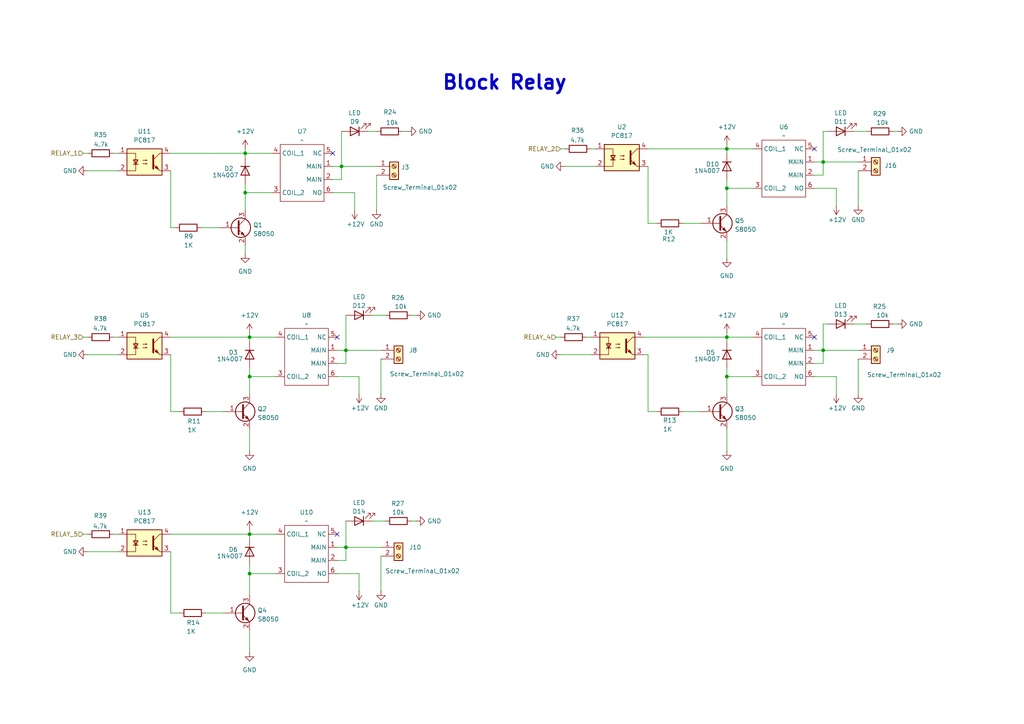
<source format=kicad_sch>
(kicad_sch (version 20231120) (generator "eeschema") (generator_version "8.0")
  (paper "A4")
  (lib_symbols
    (symbol "Connector:Screw_Terminal_01x02" (pin_names (offset 1.016) hide)
      (property "Reference" "J" (at 0 2.54 0))
      (property "Value" "Screw_Terminal_01x02" (at 0 -5.08 0))
      (symbol "Screw_Terminal_01x02_1_1"
        (rectangle (start -1.27 1.27) (end 1.27 -3.81) (stroke (width 0.254)) (fill (type background)))
        (circle (center 0 -2.54) (radius 0.635) (stroke (width 0.1524)))
        (polyline (pts (xy -0.5334 -2.2098) (xy 0.3302 -3.048)) (stroke (width 0.1524)))
        (polyline (pts (xy -0.5334 0.3302) (xy 0.3302 -0.508)) (stroke (width 0.1524)))
        (polyline (pts (xy -0.3556 -2.032) (xy 0.508 -2.8702)) (stroke (width 0.1524)))
        (polyline (pts (xy -0.3556 0.508) (xy 0.508 -0.3302)) (stroke (width 0.1524)))
        (circle (center 0 0) (radius 0.635) (stroke (width 0.1524)))
        (pin passive line (at -5.08 0 0) (length 3.81) (name "Pin_1") (number "1"))
        (pin passive line (at -5.08 -2.54 0) (length 3.81) (name "Pin_2") (number "2"))
      )
    )
    (symbol "Device:LED" (pin_numbers hide) (pin_names (offset 1.016) hide)
      (property "Reference" "D" (at 0 2.54 0))
      (property "Value" "LED" (at 0 -2.54 0))
      (symbol "LED_0_1"
        (polyline (pts (xy -1.27 -1.27) (xy -1.27 1.27)) (stroke (width 0.254)))
        (polyline (pts (xy -1.27 0) (xy 1.27 0)))
        (polyline (pts (xy 1.27 -1.27) (xy 1.27 1.27) (xy -1.27 0) (xy 1.27 -1.27)) (stroke (width 0.254)))
        (polyline (pts (xy -3.048 -0.762) (xy -4.572 -2.286) (xy -3.81 -2.286) (xy -4.572 -2.286) (xy -4.572 -1.524)))
        (polyline (pts (xy -1.778 -0.762) (xy -3.302 -2.286) (xy -2.54 -2.286) (xy -3.302 -2.286) (xy -3.302 -1.524)))
      )
      (symbol "LED_1_1"
        (pin passive line (at -3.81 0 0) (length 2.54) (name "K") (number "1"))
        (pin passive line (at 3.81 0 180) (length 2.54) (name "A") (number "2"))
      )
    )
    (symbol "Device:R" (pin_numbers hide) (pin_names (offset 0))
      (property "Reference" "R" (at 2.032 0 90))
      (property "Value" "R" (at 0 0 90))
      (symbol "R_0_1"
        (rectangle (start -1.016 -2.54) (end 1.016 2.54) (stroke (width 0.254)))
      )
      (symbol "R_1_1"
        (pin passive line (at 0 3.81 270) (length 1.27) (name "~") (number "1"))
        (pin passive line (at 0 -3.81 90) (length 1.27) (name "~") (number "2"))
      )
    )
    (symbol "Diode:LL4148" (pin_numbers hide) (pin_names hide)
      (property "Reference" "D" (at 0 2.54 0))
      (property "Value" "LL4148" (at 0 -2.54 0))
      (symbol "LL4148_0_1"
        (polyline (pts (xy -1.27 1.27) (xy -1.27 -1.27)) (stroke (width 0.254)))
        (polyline (pts (xy 1.27 0) (xy -1.27 0)))
        (polyline (pts (xy 1.27 1.27) (xy 1.27 -1.27) (xy -1.27 0) (xy 1.27 1.27)) (stroke (width 0.254)))
      )
      (symbol "LL4148_1_1"
        (pin passive line (at -3.81 0 0) (length 2.54) (name "K") (number "1"))
        (pin passive line (at 3.81 0 180) (length 2.54) (name "A") (number "2"))
      )
    )
    (symbol "Isolator:PC817" (pin_names (offset 1.016))
      (property "Reference" "U" (at -5.08 5.08 0))
      (property "Value" "PC817" (at 0 5.08 0))
      (symbol "PC817_0_1"
        (rectangle (start -5.08 3.81) (end 5.08 -3.81) (stroke (width 0.254)) (fill (type background)))
        (polyline (pts (xy -3.175 -0.635) (xy -1.905 -0.635)) (stroke (width 0.254)))
        (polyline (pts (xy 2.54 0.635) (xy 4.445 2.54)))
        (polyline (pts (xy 4.445 -2.54) (xy 2.54 -0.635)) (fill (type outline)))
        (polyline (pts (xy 4.445 -2.54) (xy 5.08 -2.54)))
        (polyline (pts (xy 4.445 2.54) (xy 5.08 2.54)))
        (polyline (pts (xy -5.08 2.54) (xy -2.54 2.54) (xy -2.54 -0.635)))
        (polyline (pts (xy -2.54 -0.635) (xy -2.54 -2.54) (xy -5.08 -2.54)))
        (polyline (pts (xy 2.54 1.905) (xy 2.54 -1.905) (xy 2.54 -1.905)) (stroke (width 0.508)))
        (polyline (pts (xy -2.54 -0.635) (xy -3.175 0.635) (xy -1.905 0.635) (xy -2.54 -0.635)) (stroke (width 0.254)))
        (polyline (pts (xy -0.508 -0.508) (xy 0.762 -0.508) (xy 0.381 -0.635) (xy 0.381 -0.381) (xy 0.762 -0.508)))
        (polyline (pts (xy -0.508 0.508) (xy 0.762 0.508) (xy 0.381 0.381) (xy 0.381 0.635) (xy 0.762 0.508)))
        (polyline (pts (xy 3.048 -1.651) (xy 3.556 -1.143) (xy 4.064 -2.159) (xy 3.048 -1.651) (xy 3.048 -1.651)) (fill (type outline)))
      )
      (symbol "PC817_1_1"
        (pin passive line (at -7.62 2.54 0) (length 2.54) (name "~") (number "1"))
        (pin passive line (at -7.62 -2.54 0) (length 2.54) (name "~") (number "2"))
        (pin passive line (at 7.62 -2.54 180) (length 2.54) (name "~") (number "3"))
        (pin passive line (at 7.62 2.54 180) (length 2.54) (name "~") (number "4"))
      )
    )
    (symbol "RELAY-12V-3A:RELAY-12V-3A"
      (property "Reference" "U" (at 0 3.048 0))
      (symbol "RELAY-12V-3A_1_1"
        (rectangle (start -6.35 0) (end 6.35 -16.51))
        (pin input line (at 8.89 -6.35 180) (length 2.54) (name "MAIN") (number "1"))
        (pin input line (at 8.89 -10.16 180) (length 2.54) (name "MAIN") (number "2"))
        (pin input line (at -8.89 -13.97 0) (length 2.54) (name "COIL_2") (number "3"))
        (pin input line (at -8.89 -2.54 0) (length 2.54) (name "COIL_1") (number "4"))
        (pin input line (at 8.89 -2.54 180) (length 2.54) (name "NC") (number "5"))
        (pin input line (at 8.89 -13.97 180) (length 2.54) (name "NO") (number "6"))
      )
    )
    (symbol "S8050_2" (pin_names (offset 0) hide)
      (property "Reference" "Q3" (at 4.826 0.762 0))
      (property "Value" "S8050" (at 4.826 -1.778 0))
      (symbol "S8050_2_0_1"
        (polyline (pts (xy 0 0) (xy 0.635 0)))
        (polyline (pts (xy 0.635 0.635) (xy 2.54 2.54)))
        (polyline (pts (xy 0.635 -0.635) (xy 2.54 -2.54) (xy 2.54 -2.54)))
        (polyline (pts (xy 0.635 1.905) (xy 0.635 -1.905) (xy 0.635 -1.905)) (stroke (width 0.508)))
        (polyline (pts (xy 1.27 -1.778) (xy 1.778 -1.27) (xy 2.286 -2.286) (xy 1.27 -1.778) (xy 1.27 -1.778)) (fill (type outline)))
        (circle (center 1.27 0) (radius 2.8194) (stroke (width 0.254)))
      )
      (symbol "S8050_2_1_1"
        (pin input line (at -5.08 0 0) (length 5.08) (name "B") (number "1"))
        (pin passive line (at 2.54 -5.08 90) (length 2.54) (name "E") (number "2"))
        (pin passive line (at 2.54 5.08 270) (length 2.54) (name "C") (number "3"))
      )
    )
    (symbol "power:+12V" (power) (pin_numbers hide) (pin_names (offset 0) hide)
      (property "Value" "+12V" (at 0 3.556 0))
      (symbol "+12V_0_1"
        (polyline (pts (xy -0.762 1.27) (xy 0 2.54)))
        (polyline (pts (xy 0 0) (xy 0 2.54)))
        (polyline (pts (xy 0 2.54) (xy 0.762 1.27)))
      )
      (symbol "+12V_1_1"
        (pin power_in line (at 0 0 90) (length 0) (name "~") (number "1"))
      )
    )
    (symbol "power:GND" (power) (pin_numbers hide) (pin_names (offset 0) hide)
      (property "Value" "GND" (at 0 -3.81 0))
      (symbol "GND_0_1"
        (polyline (pts (xy 0 0) (xy 0 -1.27) (xy 1.27 -1.27) (xy 0 -2.54) (xy -1.27 -1.27) (xy 0 -1.27)))
      )
      (symbol "GND_1_1"
        (pin power_in line (at 0 0 270) (length 0) (name "~") (number "1"))
      )
    )
  )
  (junction (at 72.39 154.94))
  (junction (at 210.82 97.79))
  (junction (at 100.33 101.6))
  (junction (at 72.39 109.22))
  (junction (at 210.82 54.61))
  (junction (at 72.39 166.37))
  (junction (at 99.06 48.26))
  (junction (at 238.76 101.6))
  (junction (at 71.12 44.45))
  (junction (at 210.82 43.18))
  (junction (at 100.33 158.75))
  (junction (at 238.76 46.99))
  (junction (at 71.12 55.88))
  (junction (at 72.39 97.79))
  (junction (at 210.82 109.22))
  (no_connect (at 97.79 154.94))
  (no_connect (at 96.52 44.45))
  (no_connect (at 236.22 97.79))
  (no_connect (at 236.22 43.18))
  (no_connect (at 97.79 97.79))
  (wire (pts (xy 240.03 38.1) (xy 238.76 38.1)))
  (wire (pts (xy 49.53 177.8) (xy 52.07 177.8)))
  (wire (pts (xy 248.92 46.99) (xy 238.76 46.99)))
  (wire (pts (xy 238.76 46.99) (xy 238.76 50.8)))
  (wire (pts (xy 111.76 151.13) (xy 107.95 151.13)))
  (wire (pts (xy 109.22 38.1) (xy 106.68 38.1)))
  (wire (pts (xy 248.92 49.53) (xy 248.92 59.69)))
  (wire (pts (xy 238.76 105.41) (xy 236.22 105.41)))
  (wire (pts (xy 210.82 43.18) (xy 218.44 43.18)))
  (wire (pts (xy 238.76 101.6) (xy 238.76 105.41)))
  (wire (pts (xy 110.49 104.14) (xy 110.49 114.3)))
  (wire (pts (xy 251.46 93.98) (xy 247.65 93.98)))
  (wire (pts (xy 210.82 69.85) (xy 210.82 74.93)))
  (wire (pts (xy 172.72 48.26) (xy 163.83 48.26)))
  (wire (pts (xy 118.11 38.1) (xy 116.84 38.1)))
  (wire (pts (xy 210.82 54.61) (xy 210.82 59.69)))
  (wire (pts (xy 72.39 156.21) (xy 72.39 154.94)))
  (wire (pts (xy 49.53 44.45) (xy 71.12 44.45)))
  (wire (pts (xy 49.53 97.79) (xy 72.39 97.79)))
  (wire (pts (xy 236.22 46.99) (xy 238.76 46.99)))
  (wire (pts (xy 187.96 64.77) (xy 190.5 64.77)))
  (wire (pts (xy 242.57 109.22) (xy 242.57 114.3)))
  (wire (pts (xy 100.33 101.6) (xy 100.33 105.41)))
  (wire (pts (xy 71.12 71.12) (xy 71.12 73.66)))
  (wire (pts (xy 120.65 91.44) (xy 119.38 91.44)))
  (wire (pts (xy 49.53 66.04) (xy 50.8 66.04)))
  (wire (pts (xy 104.14 109.22) (xy 104.14 114.3)))
  (wire (pts (xy 260.35 93.98) (xy 259.08 93.98)))
  (wire (pts (xy 102.87 55.88) (xy 102.87 60.96)))
  (wire (pts (xy 24.13 44.45) (xy 25.4 44.45)))
  (wire (pts (xy 210.82 124.46) (xy 210.82 130.81)))
  (wire (pts (xy 49.53 49.53) (xy 49.53 66.04)))
  (wire (pts (xy 49.53 154.94) (xy 72.39 154.94)))
  (wire (pts (xy 71.12 55.88) (xy 78.74 55.88)))
  (wire (pts (xy 97.79 166.37) (xy 104.14 166.37)))
  (wire (pts (xy 72.39 99.06) (xy 72.39 97.79)))
  (wire (pts (xy 71.12 45.72) (xy 71.12 44.45)))
  (wire (pts (xy 238.76 50.8) (xy 236.22 50.8)))
  (wire (pts (xy 71.12 55.88) (xy 71.12 60.96)))
  (wire (pts (xy 236.22 54.61) (xy 242.57 54.61)))
  (wire (pts (xy 99.06 48.26) (xy 109.22 48.26)))
  (wire (pts (xy 71.12 44.45) (xy 78.74 44.45)))
  (wire (pts (xy 49.53 119.38) (xy 52.07 119.38)))
  (wire (pts (xy 240.03 93.98) (xy 238.76 93.98)))
  (wire (pts (xy 34.29 102.87) (xy 25.4 102.87)))
  (wire (pts (xy 260.35 38.1) (xy 259.08 38.1)))
  (wire (pts (xy 99.06 48.26) (xy 99.06 52.07)))
  (wire (pts (xy 110.49 101.6) (xy 100.33 101.6)))
  (wire (pts (xy 210.82 44.45) (xy 210.82 43.18)))
  (wire (pts (xy 210.82 106.68) (xy 210.82 109.22)))
  (wire (pts (xy 210.82 97.79) (xy 218.44 97.79)))
  (wire (pts (xy 171.45 102.87) (xy 162.56 102.87)))
  (wire (pts (xy 110.49 158.75) (xy 100.33 158.75)))
  (wire (pts (xy 110.49 161.29) (xy 110.49 171.45)))
  (wire (pts (xy 187.96 119.38) (xy 190.5 119.38)))
  (wire (pts (xy 59.69 119.38) (xy 64.77 119.38)))
  (wire (pts (xy 100.33 151.13) (xy 100.33 158.75)))
  (wire (pts (xy 210.82 52.07) (xy 210.82 54.61)))
  (wire (pts (xy 97.79 109.22) (xy 104.14 109.22)))
  (wire (pts (xy 49.53 160.02) (xy 49.53 177.8)))
  (wire (pts (xy 248.92 104.14) (xy 248.92 114.3)))
  (wire (pts (xy 162.56 43.18) (xy 163.83 43.18)))
  (wire (pts (xy 72.39 124.46) (xy 72.39 130.81)))
  (wire (pts (xy 170.18 97.79) (xy 171.45 97.79)))
  (wire (pts (xy 33.02 44.45) (xy 34.29 44.45)))
  (wire (pts (xy 251.46 38.1) (xy 247.65 38.1)))
  (wire (pts (xy 198.12 119.38) (xy 203.2 119.38)))
  (wire (pts (xy 111.76 91.44) (xy 107.95 91.44)))
  (wire (pts (xy 72.39 182.88) (xy 72.39 189.23)))
  (wire (pts (xy 100.33 105.41) (xy 97.79 105.41)))
  (wire (pts (xy 97.79 101.6) (xy 100.33 101.6)))
  (wire (pts (xy 210.82 41.91) (xy 210.82 43.18)))
  (wire (pts (xy 210.82 99.06) (xy 210.82 97.79)))
  (wire (pts (xy 238.76 38.1) (xy 238.76 46.99)))
  (wire (pts (xy 72.39 163.83) (xy 72.39 166.37)))
  (wire (pts (xy 210.82 109.22) (xy 218.44 109.22)))
  (wire (pts (xy 100.33 91.44) (xy 100.33 101.6)))
  (wire (pts (xy 72.39 172.72) (xy 72.39 166.37)))
  (wire (pts (xy 248.92 101.6) (xy 238.76 101.6)))
  (wire (pts (xy 172.72 43.18) (xy 171.45 43.18)))
  (wire (pts (xy 97.79 158.75) (xy 100.33 158.75)))
  (wire (pts (xy 187.96 102.87) (xy 187.96 119.38)))
  (wire (pts (xy 104.14 166.37) (xy 104.14 171.45)))
  (wire (pts (xy 72.39 166.37) (xy 80.01 166.37)))
  (wire (pts (xy 100.33 162.56) (xy 97.79 162.56)))
  (wire (pts (xy 187.96 43.18) (xy 210.82 43.18)))
  (wire (pts (xy 120.65 151.13) (xy 119.38 151.13)))
  (wire (pts (xy 71.12 53.34) (xy 71.12 55.88)))
  (wire (pts (xy 71.12 43.18) (xy 71.12 44.45)))
  (wire (pts (xy 49.53 102.87) (xy 49.53 119.38)))
  (wire (pts (xy 186.69 97.79) (xy 210.82 97.79)))
  (wire (pts (xy 236.22 101.6) (xy 238.76 101.6)))
  (wire (pts (xy 34.29 160.02) (xy 25.4 160.02)))
  (wire (pts (xy 34.29 49.53) (xy 25.4 49.53)))
  (wire (pts (xy 72.39 106.68) (xy 72.39 109.22)))
  (wire (pts (xy 100.33 158.75) (xy 100.33 162.56)))
  (wire (pts (xy 99.06 52.07) (xy 96.52 52.07)))
  (wire (pts (xy 198.12 64.77) (xy 203.2 64.77)))
  (wire (pts (xy 99.06 38.1) (xy 99.06 48.26)))
  (wire (pts (xy 33.02 154.94) (xy 34.29 154.94)))
  (wire (pts (xy 59.69 177.8) (xy 64.77 177.8)))
  (wire (pts (xy 72.39 154.94) (xy 80.01 154.94)))
  (wire (pts (xy 72.39 96.52) (xy 72.39 97.79)))
  (wire (pts (xy 72.39 109.22) (xy 80.01 109.22)))
  (wire (pts (xy 96.52 48.26) (xy 99.06 48.26)))
  (wire (pts (xy 187.96 102.87) (xy 186.69 102.87)))
  (wire (pts (xy 72.39 153.67) (xy 72.39 154.94)))
  (wire (pts (xy 210.82 96.52) (xy 210.82 97.79)))
  (wire (pts (xy 72.39 97.79) (xy 80.01 97.79)))
  (wire (pts (xy 242.57 54.61) (xy 242.57 59.69)))
  (wire (pts (xy 72.39 109.22) (xy 72.39 114.3)))
  (wire (pts (xy 33.02 97.79) (xy 34.29 97.79)))
  (wire (pts (xy 236.22 109.22) (xy 242.57 109.22)))
  (wire (pts (xy 210.82 109.22) (xy 210.82 114.3)))
  (wire (pts (xy 187.96 48.26) (xy 187.96 64.77)))
  (wire (pts (xy 96.52 55.88) (xy 102.87 55.88)))
  (wire (pts (xy 109.22 50.8) (xy 109.22 60.96)))
  (wire (pts (xy 24.13 97.79) (xy 25.4 97.79)))
  (wire (pts (xy 161.29 97.79) (xy 162.56 97.79)))
  (wire (pts (xy 58.42 66.04) (xy 63.5 66.04)))
  (wire (pts (xy 238.76 93.98) (xy 238.76 101.6)))
  (wire (pts (xy 210.82 54.61) (xy 218.44 54.61)))
  (wire (pts (xy 24.13 154.94) (xy 25.4 154.94)))
  (text "Block Relay\n" (at 128.016 26.416 0) (effects (font (size 4 4) (bold yes)) (justify left bottom)))
  (hierarchical_label "RELAY_2" (shape input) (at 162.56 43.18 180))
  (hierarchical_label "RELAY_4" (shape input) (at 161.29 97.79 180))
  (hierarchical_label "RELAY_5" (shape input) (at 24.13 154.94 180))
  (hierarchical_label "RELAY_3" (shape input) (at 24.13 97.79 180))
  (hierarchical_label "RELAY_1" (shape input) (at 24.13 44.45 180))
  (symbol (lib_id "Device:R") (at 29.21 44.45 90) (unit 1)
    (property "Reference" "R35" (at 27.178 39.116 90) (effects (justify right)))
    (property "Value" "4.7k" (at 27.178 41.91 90) (effects (justify right)))
    (property "Footprint" "Resistor_SMD:R_0603_1608Metric" (effects (hide yes)))
  )
  (symbol (lib_id "power:GND") (at 120.65 91.44 90) (unit 1)
    (property "Reference" "#PWR054" (effects (hide yes)))
    (property "Value" "GND" (at 125.984 91.44 90))
    (property "Description" "Power symbol creates a global label with name \"GND\" , ground" (effects (hide yes)))
  )
  (symbol (lib_id "Diode:LL4148") (at 72.39 102.87 270) (unit 1)
    (property "Reference" "D3" (at 66.294 102.235 90) (effects (justify left)))
    (property "Value" "1N4007" (at 62.865 104.14 90) (effects (justify left)))
    (property "Footprint" "Diode_SMD:D_SMA" (effects (hide yes)))
    (property "Datasheet" "http://www.vishay.com/docs/85557/ll4148.pdf" (effects (hide yes)))
    (property "Sim.Device" "D" (effects (hide yes)))
    (property "Sim.Pins" "1=K 2=A" (effects (hide yes)))
  )
  (symbol (lib_id "power:GND") (at 110.49 171.45 0) (unit 1)
    (property "Reference" "#PWR052" (effects (hide yes)))
    (property "Value" "GND" (at 110.49 175.514 0))
    (property "Description" "Power symbol creates a global label with name \"GND\" , ground" (effects (hide yes)))
  )
  (symbol (lib_id "power:+12V") (at 210.82 96.52 0) (unit 1)
    (property "Reference" "#PWR045" (effects (hide yes)))
    (property "Value" "+12V" (at 210.82 91.44 0))
    (property "Description" "Power symbol creates a global label with name \"+12V\"" (effects (hide yes)))
  )
  (symbol (lib_name "S8050_2") (lib_id "Transistor_BJT:S8050") (at 69.85 119.38 0) (unit 1)
    (property "Reference" "Q2" (at 74.676 118.618 0) (effects (justify left)))
    (property "Value" "S8050" (at 74.676 121.158 0) (effects (justify left)))
    (property "Footprint" "Package_TO_SOT_SMD:SOT-23" (effects (hide yes)))
    (property "Datasheet" "http://www.unisonic.com.tw/datasheet/S8050.pdf" (effects (hide yes)))
  )
  (symbol (lib_id "power:GND") (at 248.92 114.3 0) (unit 1)
    (property "Reference" "#PWR048" (effects (hide yes)))
    (property "Value" "GND" (at 248.92 118.364 0))
    (property "Description" "Power symbol creates a global label with name \"GND\" , ground" (effects (hide yes)))
  )
  (symbol (lib_id "power:GND") (at 120.65 151.13 90) (unit 1)
    (property "Reference" "#PWR010" (effects (hide yes)))
    (property "Value" "GND" (at 125.984 151.13 90))
    (property "Description" "Power symbol creates a global label with name \"GND\" , ground" (effects (hide yes)))
  )
  (symbol (lib_id "power:+12V") (at 210.82 41.91 0) (unit 1)
    (property "Reference" "#PWR016" (effects (hide yes)))
    (property "Value" "+12V" (at 210.82 36.83 0))
    (property "Description" "Power symbol creates a global label with name \"+12V\"" (effects (hide yes)))
  )
  (symbol (lib_id "Connector:Screw_Terminal_01x02") (at 115.57 158.75 0) (unit 1)
    (property "Reference" "J10" (at 118.618 158.75 0) (effects (justify left)))
    (property "Value" "Screw_Terminal_01x02" (at 111.76 165.608 0) (effects (justify left)))
    (property "Footprint" "Connector_JST:JST_EH_B2B-EH-A_1x02_P2.50mm_Vertical" (effects (hide yes)))
  )
  (symbol (lib_id "Diode:LL4148") (at 72.39 160.02 270) (unit 1)
    (property "Reference" "D6" (at 66.294 159.385 90) (effects (justify left)))
    (property "Value" "1N4007" (at 62.865 161.29 90) (effects (justify left)))
    (property "Footprint" "Diode_SMD:D_SMA" (effects (hide yes)))
    (property "Datasheet" "http://www.vishay.com/docs/85557/ll4148.pdf" (effects (hide yes)))
    (property "Sim.Device" "D" (effects (hide yes)))
    (property "Sim.Pins" "1=K 2=A" (effects (hide yes)))
  )
  (symbol (lib_id "power:+12V") (at 104.14 114.3 180) (unit 1)
    (property "Reference" "#PWR041" (effects (hide yes)))
    (property "Value" "+12V" (at 104.394 118.364 0))
    (property "Description" "Power symbol creates a global label with name \"+12V\"" (effects (hide yes)))
  )
  (symbol (lib_id "Connector:Screw_Terminal_01x02") (at 115.57 101.6 0) (unit 1)
    (property "Reference" "J8" (at 118.618 101.6 0) (effects (justify left)))
    (property "Value" "Screw_Terminal_01x02" (at 113.03 108.458 0) (effects (justify left)))
    (property "Footprint" "Connector_JST:JST_EH_B2B-EH-A_1x02_P2.50mm_Vertical" (effects (hide yes)))
  )
  (symbol (lib_id "Isolator:PC817") (at 41.91 100.33 0) (unit 1)
    (property "Reference" "U5" (at 41.91 91.44 0))
    (property "Value" "PC817" (at 41.91 93.98 0))
    (property "Footprint" "Package_DIP:DIP-4_W7.62mm_SMDSocket_SmallPads" (effects (hide yes)))
    (property "Datasheet" "http://www.soselectronic.cz/a_info/resource/d/pc817.pdf" (effects (hide yes)))
    (property "Description" "DC Optocoupler, Vce 35V, CTR 50-300%, DIP-4" (effects (hide yes)))
  )
  (symbol (lib_id "power:GND") (at 72.39 189.23 0) (unit 1)
    (property "Reference" "#PWR050" (effects (hide yes)))
    (property "Value" "GND" (at 72.39 194.31 0))
    (property "Description" "Power symbol creates a global label with name \"GND\" , ground" (effects (hide yes)))
  )
  (symbol (lib_id "power:GND") (at 163.83 48.26 270) (unit 1)
    (property "Reference" "#PWR059" (effects (hide yes)))
    (property "Value" "GND" (at 158.75 48.26 90))
    (property "Description" "Power symbol creates a global label with name \"GND\" , ground" (effects (hide yes)))
  )
  (symbol (lib_id "Device:R") (at 115.57 91.44 270) (unit 1)
    (property "Reference" "R26" (at 117.348 86.36 90) (effects (justify right)))
    (property "Value" "10k" (at 118.11 88.9 90) (effects (justify right)))
    (property "Footprint" "Resistor_SMD:R_0603_1608Metric" (effects (hide yes)))
  )
  (symbol (lib_id "Device:R") (at 55.88 119.38 90) (unit 1)
    (property "Reference" "R11" (at 54.356 122.174 90) (effects (justify right)))
    (property "Value" "1K" (at 54.356 124.714 90) (effects (justify right)))
    (property "Footprint" "Resistor_SMD:R_0603_1608Metric" (effects (hide yes)))
  )
  (symbol (lib_id "Diode:LL4148") (at 210.82 102.87 270) (unit 1)
    (property "Reference" "D5" (at 204.724 102.235 90) (effects (justify left)))
    (property "Value" "1N4007" (at 201.295 104.14 90) (effects (justify left)))
    (property "Footprint" "Diode_SMD:D_SMA" (effects (hide yes)))
    (property "Datasheet" "http://www.vishay.com/docs/85557/ll4148.pdf" (effects (hide yes)))
    (property "Sim.Device" "D" (effects (hide yes)))
    (property "Sim.Pins" "1=K 2=A" (effects (hide yes)))
  )
  (symbol (lib_id "Isolator:PC817") (at 180.34 45.72 0) (unit 1)
    (property "Reference" "U2" (at 180.34 36.83 0))
    (property "Value" "PC817" (at 180.34 39.37 0))
    (property "Footprint" "Package_DIP:DIP-4_W7.62mm_SMDSocket_SmallPads" (effects (hide yes)))
    (property "Datasheet" "http://www.soselectronic.cz/a_info/resource/d/pc817.pdf" (effects (hide yes)))
    (property "Description" "DC Optocoupler, Vce 35V, CTR 50-300%, DIP-4" (effects (hide yes)))
  )
  (symbol (lib_id "Device:R") (at 255.27 38.1 270) (unit 1)
    (property "Reference" "R29" (at 257.048 33.02 90) (effects (justify right)))
    (property "Value" "10k" (at 257.81 35.56 90) (effects (justify right)))
    (property "Footprint" "Resistor_SMD:R_0603_1608Metric" (effects (hide yes)))
  )
  (symbol (lib_id "Connector:Screw_Terminal_01x02") (at 254 46.99 0) (unit 1)
    (property "Reference" "J16" (at 256.54 48.006 0) (effects (justify left)))
    (property "Value" "Screw_Terminal_01x02" (at 242.824 43.434 0) (effects (justify left)))
    (property "Footprint" "Connector_JST:JST_EH_B2B-EH-A_1x02_P2.50mm_Vertical" (effects (hide yes)))
  )
  (symbol (lib_id "Diode:LL4148") (at 71.12 49.53 270) (unit 1)
    (property "Reference" "D2" (at 65.024 48.895 90) (effects (justify left)))
    (property "Value" "1N4007" (at 61.595 50.8 90) (effects (justify left)))
    (property "Footprint" "Diode_SMD:D_SMA" (effects (hide yes)))
    (property "Datasheet" "http://www.vishay.com/docs/85557/ll4148.pdf" (effects (hide yes)))
    (property "Sim.Device" "D" (effects (hide yes)))
    (property "Sim.Pins" "1=K 2=A" (effects (hide yes)))
  )
  (symbol (lib_id "power:+12V") (at 242.57 59.69 180) (unit 1)
    (property "Reference" "#PWR043" (effects (hide yes)))
    (property "Value" "+12V" (at 242.824 63.754 0))
    (property "Description" "Power symbol creates a global label with name \"+12V\"" (effects (hide yes)))
  )
  (symbol (lib_id "power:GND") (at 71.12 73.66 0) (unit 1)
    (property "Reference" "#PWR015" (effects (hide yes)))
    (property "Value" "GND" (at 71.12 78.74 0))
    (property "Description" "Power symbol creates a global label with name \"GND\" , ground" (effects (hide yes)))
  )
  (symbol (lib_id "power:+12V") (at 71.12 43.18 0) (unit 1)
    (property "Reference" "#PWR011" (effects (hide yes)))
    (property "Value" "+12V" (at 71.12 38.1 0))
    (property "Description" "Power symbol creates a global label with name \"+12V\"" (effects (hide yes)))
  )
  (symbol (lib_id "power:GND") (at 25.4 49.53 270) (unit 1)
    (property "Reference" "#PWR065" (effects (hide yes)))
    (property "Value" "GND" (at 20.32 49.53 90))
    (property "Description" "Power symbol creates a global label with name \"GND\" , ground" (effects (hide yes)))
  )
  (symbol (lib_id "RELAY-12V-3A:RELAY-12V-3A") (at 88.9 152.4 0) (unit 1)
    (property "Reference" "U10" (at 88.9 148.59 0))
    (property "Value" "~" (at 88.9 151.13 0))
    (property "Footprint" "relay 12vdc 3A:RELAY-TH_SRS-12VDC-SL" (effects (hide yes)))
  )
  (symbol (lib_id "Device:LED") (at 102.87 38.1 180) (unit 1)
    (property "Reference" "D9" (at 102.87 35.306 0))
    (property "Value" "LED" (at 102.87 32.766 0))
    (property "Footprint" "LED_SMD:LED_0603_1608Metric" (effects (hide yes)))
    (property "Description" "Light emitting diode" (effects (hide yes)))
  )
  (symbol (lib_id "power:GND") (at 110.49 114.3 0) (unit 1)
    (property "Reference" "#PWR042" (effects (hide yes)))
    (property "Value" "GND" (at 110.49 118.364 0))
    (property "Description" "Power symbol creates a global label with name \"GND\" , ground" (effects (hide yes)))
  )
  (symbol (lib_id "Device:LED") (at 243.84 93.98 180) (unit 1)
    (property "Reference" "D13" (at 243.84 91.186 0))
    (property "Value" "LED" (at 243.84 88.646 0))
    (property "Footprint" "LED_SMD:LED_0603_1608Metric" (effects (hide yes)))
    (property "Description" "Light emitting diode" (effects (hide yes)))
  )
  (symbol (lib_id "power:+12V") (at 242.57 114.3 180) (unit 1)
    (property "Reference" "#PWR047" (effects (hide yes)))
    (property "Value" "+12V" (at 242.824 118.364 0))
    (property "Description" "Power symbol creates a global label with name \"+12V\"" (effects (hide yes)))
  )
  (symbol (lib_id "Connector:Screw_Terminal_01x02") (at 254 101.6 0) (unit 1)
    (property "Reference" "J9" (at 257.048 101.6 0) (effects (justify left)))
    (property "Value" "Screw_Terminal_01x02" (at 251.46 108.712 0) (effects (justify left)))
    (property "Footprint" "Connector_JST:JST_EH_B2B-EH-A_1x02_P2.50mm_Vertical" (effects (hide yes)))
  )
  (symbol (lib_id "power:GND") (at 25.4 102.87 270) (unit 1)
    (property "Reference" "#PWR060" (effects (hide yes)))
    (property "Value" "GND" (at 20.32 102.87 90))
    (property "Description" "Power symbol creates a global label with name \"GND\" , ground" (effects (hide yes)))
  )
  (symbol (lib_name "S8050_2") (lib_id "Transistor_BJT:S8050") (at 208.28 64.77 0) (unit 1)
    (property "Reference" "Q5" (at 213.106 64.008 0) (effects (justify left)))
    (property "Value" "S8050" (at 213.106 66.548 0) (effects (justify left)))
    (property "Footprint" "Package_TO_SOT_SMD:SOT-23" (effects (hide yes)))
    (property "Datasheet" "http://www.unisonic.com.tw/datasheet/S8050.pdf" (effects (hide yes)))
  )
  (symbol (lib_id "RELAY-12V-3A:RELAY-12V-3A") (at 87.63 41.91 0) (unit 1)
    (property "Reference" "U7" (at 87.63 38.1 0))
    (property "Value" "~" (at 87.63 40.64 0))
    (property "Footprint" "relay 12vdc 3A:RELAY-TH_SRS-12VDC-SL" (effects (hide yes)))
  )
  (symbol (lib_name "S8050_2") (lib_id "Transistor_BJT:S8050") (at 208.28 119.38 0) (unit 1)
    (property "Reference" "Q3" (at 213.106 118.618 0) (effects (justify left)))
    (property "Value" "S8050" (at 213.106 121.158 0) (effects (justify left)))
    (property "Footprint" "Package_TO_SOT_SMD:SOT-23" (effects (hide yes)))
    (property "Datasheet" "http://www.unisonic.com.tw/datasheet/S8050.pdf" (effects (hide yes)))
  )
  (symbol (lib_id "Device:R") (at 54.61 66.04 90) (unit 1)
    (property "Reference" "R9" (at 53.34 68.5799 90) (effects (justify right)))
    (property "Value" "1K" (at 53.34 71.1199 90) (effects (justify right)))
    (property "Footprint" "Resistor_SMD:R_0603_1608Metric" (effects (hide yes)))
  )
  (symbol (lib_id "Device:LED") (at 104.14 91.44 180) (unit 1)
    (property "Reference" "D12" (at 104.14 88.646 0))
    (property "Value" "LED" (at 104.14 86.106 0))
    (property "Footprint" "LED_SMD:LED_0603_1608Metric" (effects (hide yes)))
    (property "Description" "Light emitting diode" (effects (hide yes)))
  )
  (symbol (lib_id "Device:R") (at 194.31 64.77 90) (unit 1)
    (property "Reference" "R12" (at 192.024 69.342 90) (effects (justify right)))
    (property "Value" "1K" (at 192.532 67.31 90) (effects (justify right)))
    (property "Footprint" "Resistor_SMD:R_0603_1608Metric" (effects (hide yes)))
  )
  (symbol (lib_name "S8050_2") (lib_id "Transistor_BJT:S8050") (at 69.85 177.8 0) (unit 1)
    (property "Reference" "Q4" (at 74.676 177.038 0) (effects (justify left)))
    (property "Value" "S8050" (at 74.676 179.578 0) (effects (justify left)))
    (property "Footprint" "Package_TO_SOT_SMD:SOT-23" (effects (hide yes)))
    (property "Datasheet" "http://www.unisonic.com.tw/datasheet/S8050.pdf" (effects (hide yes)))
  )
  (symbol (lib_id "power:GND") (at 210.82 74.93 0) (unit 1)
    (property "Reference" "#PWR053" (effects (hide yes)))
    (property "Value" "GND" (at 210.82 80.01 0))
    (property "Description" "Power symbol creates a global label with name \"GND\" , ground" (effects (hide yes)))
  )
  (symbol (lib_id "Isolator:PC817") (at 41.91 157.48 0) (unit 1)
    (property "Reference" "U13" (at 41.91 148.59 0))
    (property "Value" "PC817" (at 41.91 151.13 0))
    (property "Footprint" "Package_DIP:DIP-4_W7.62mm_SMDSocket_SmallPads" (effects (hide yes)))
    (property "Datasheet" "http://www.soselectronic.cz/a_info/resource/d/pc817.pdf" (effects (hide yes)))
    (property "Description" "DC Optocoupler, Vce 35V, CTR 50-300%, DIP-4" (effects (hide yes)))
  )
  (symbol (lib_id "Device:LED") (at 243.84 38.1 180) (unit 1)
    (property "Reference" "D11" (at 243.84 35.306 0))
    (property "Value" "LED" (at 243.84 32.766 0))
    (property "Footprint" "LED_SMD:LED_0603_1608Metric" (effects (hide yes)))
    (property "Description" "Light emitting diode" (effects (hide yes)))
  )
  (symbol (lib_id "power:+12V") (at 72.39 96.52 0) (unit 1)
    (property "Reference" "#PWR019" (effects (hide yes)))
    (property "Value" "+12V" (at 72.39 91.44 0))
    (property "Description" "Power symbol creates a global label with name \"+12V\"" (effects (hide yes)))
  )
  (symbol (lib_id "RELAY-12V-3A:RELAY-12V-3A") (at 88.9 95.25 0) (unit 1)
    (property "Reference" "U8" (at 88.9 91.44 0))
    (property "Value" "~" (at 88.9 93.98 0))
    (property "Footprint" "relay 12vdc 3A:RELAY-TH_SRS-12VDC-SL" (effects (hide yes)))
  )
  (symbol (lib_id "Device:R") (at 29.21 154.94 90) (unit 1)
    (property "Reference" "R39" (at 27.178 149.606 90) (effects (justify right)))
    (property "Value" "4.7k" (at 26.924 152.654 90) (effects (justify right)))
    (property "Footprint" "Resistor_SMD:R_0603_1608Metric" (effects (hide yes)))
  )
  (symbol (lib_id "Device:LED") (at 104.14 151.13 180) (unit 1)
    (property "Reference" "D14" (at 104.14 148.336 0))
    (property "Value" "LED" (at 104.14 145.796 0))
    (property "Footprint" "LED_SMD:LED_0603_1608Metric" (effects (hide yes)))
    (property "Description" "Light emitting diode" (effects (hide yes)))
  )
  (symbol (lib_id "Diode:LL4148") (at 210.82 48.26 270) (unit 1)
    (property "Reference" "D10" (at 204.724 47.625 90) (effects (justify left)))
    (property "Value" "1N4007" (at 201.295 49.53 90) (effects (justify left)))
    (property "Footprint" "Diode_SMD:D_SMA" (effects (hide yes)))
    (property "Datasheet" "http://www.vishay.com/docs/85557/ll4148.pdf" (effects (hide yes)))
    (property "Sim.Device" "D" (effects (hide yes)))
    (property "Sim.Pins" "1=K 2=A" (effects (hide yes)))
  )
  (symbol (lib_id "power:GND") (at 260.35 38.1 90) (unit 1)
    (property "Reference" "#PWR07" (effects (hide yes)))
    (property "Value" "GND" (at 265.684 38.1 90))
    (property "Description" "Power symbol creates a global label with name \"GND\" , ground" (effects (hide yes)))
  )
  (symbol (lib_id "Device:R") (at 113.03 38.1 270) (unit 1)
    (property "Reference" "R24" (at 115.062 32.512 90) (effects (justify right)))
    (property "Value" "10k" (at 115.57 35.56 90) (effects (justify right)))
    (property "Footprint" "Resistor_SMD:R_0603_1608Metric" (effects (hide yes)))
  )
  (symbol (lib_id "power:GND") (at 162.56 102.87 270) (unit 1)
    (property "Reference" "#PWR061" (effects (hide yes)))
    (property "Value" "GND" (at 157.48 102.87 90))
    (property "Description" "Power symbol creates a global label with name \"GND\" , ground" (effects (hide yes)))
  )
  (symbol (lib_id "RELAY-12V-3A:RELAY-12V-3A") (at 227.33 95.25 0) (unit 1)
    (property "Reference" "U9" (at 227.33 91.44 0))
    (property "Value" "~" (at 227.33 93.98 0))
    (property "Footprint" "relay 12vdc 3A:RELAY-TH_SRS-12VDC-SL" (effects (hide yes)))
  )
  (symbol (lib_id "power:+12V") (at 102.87 60.96 180) (unit 1)
    (property "Reference" "#PWR017" (effects (hide yes)))
    (property "Value" "+12V" (at 103.124 65.024 0))
    (property "Description" "Power symbol creates a global label with name \"+12V\"" (effects (hide yes)))
  )
  (symbol (lib_id "power:+12V") (at 104.14 171.45 180) (unit 1)
    (property "Reference" "#PWR051" (effects (hide yes)))
    (property "Value" "+12V" (at 104.394 175.514 0))
    (property "Description" "Power symbol creates a global label with name \"+12V\"" (effects (hide yes)))
  )
  (symbol (lib_id "power:GND") (at 260.35 93.98 90) (unit 1)
    (property "Reference" "#PWR08" (effects (hide yes)))
    (property "Value" "GND" (at 265.684 93.98 90))
    (property "Description" "Power symbol creates a global label with name \"GND\" , ground" (effects (hide yes)))
  )
  (symbol (lib_id "Isolator:PC817") (at 41.91 46.99 0) (unit 1)
    (property "Reference" "U11" (at 41.91 38.1 0))
    (property "Value" "PC817" (at 41.91 40.64 0))
    (property "Footprint" "Package_DIP:DIP-4_W7.62mm_SMDSocket_SmallPads" (effects (hide yes)))
    (property "Datasheet" "http://www.soselectronic.cz/a_info/resource/d/pc817.pdf" (effects (hide yes)))
    (property "Description" "DC Optocoupler, Vce 35V, CTR 50-300%, DIP-4" (effects (hide yes)))
  )
  (symbol (lib_id "Device:R") (at 166.37 97.79 90) (unit 1)
    (property "Reference" "R37" (at 164.338 92.456 90) (effects (justify right)))
    (property "Value" "4.7k" (at 164.084 95.25 90) (effects (justify right)))
    (property "Footprint" "Resistor_SMD:R_0603_1608Metric" (effects (hide yes)))
  )
  (symbol (lib_id "power:GND") (at 248.92 59.69 0) (unit 1)
    (property "Reference" "#PWR044" (effects (hide yes)))
    (property "Value" "GND" (at 248.92 63.754 0))
    (property "Description" "Power symbol creates a global label with name \"GND\" , ground" (effects (hide yes)))
  )
  (symbol (lib_name "S8050_2") (lib_id "Transistor_BJT:S8050") (at 68.58 66.04 0) (unit 1)
    (property "Reference" "Q1" (at 73.406 65.278 0) (effects (justify left)))
    (property "Value" "S8050" (at 73.406 67.818 0) (effects (justify left)))
    (property "Footprint" "Package_TO_SOT_SMD:SOT-23" (effects (hide yes)))
    (property "Datasheet" "http://www.unisonic.com.tw/datasheet/S8050.pdf" (effects (hide yes)))
  )
  (symbol (lib_id "RELAY-12V-3A:RELAY-12V-3A") (at 227.33 40.64 0) (unit 1)
    (property "Reference" "U6" (at 227.33 36.83 0))
    (property "Value" "~" (at 227.33 39.37 0))
    (property "Footprint" "relay 12vdc 3A:RELAY-TH_SRS-12VDC-SL" (effects (hide yes)))
  )
  (symbol (lib_id "power:+12V") (at 72.39 153.67 0) (unit 1)
    (property "Reference" "#PWR049" (effects (hide yes)))
    (property "Value" "+12V" (at 72.39 148.59 0))
    (property "Description" "Power symbol creates a global label with name \"+12V\"" (effects (hide yes)))
  )
  (symbol (lib_id "power:GND") (at 72.39 130.81 0) (unit 1)
    (property "Reference" "#PWR024" (effects (hide yes)))
    (property "Value" "GND" (at 72.39 135.89 0))
    (property "Description" "Power symbol creates a global label with name \"GND\" , ground" (effects (hide yes)))
  )
  (symbol (lib_id "Device:R") (at 255.27 93.98 270) (unit 1)
    (property "Reference" "R25" (at 257.048 88.9 90) (effects (justify right)))
    (property "Value" "10k" (at 257.81 91.44 90) (effects (justify right)))
    (property "Footprint" "Resistor_SMD:R_0603_1608Metric" (effects (hide yes)))
  )
  (symbol (lib_id "Isolator:PC817") (at 179.07 100.33 0) (unit 1)
    (property "Reference" "U12" (at 179.07 91.44 0))
    (property "Value" "PC817" (at 179.07 93.98 0))
    (property "Footprint" "Package_DIP:DIP-4_W7.62mm_SMDSocket_SmallPads" (effects (hide yes)))
    (property "Datasheet" "http://www.soselectronic.cz/a_info/resource/d/pc817.pdf" (effects (hide yes)))
    (property "Description" "DC Optocoupler, Vce 35V, CTR 50-300%, DIP-4" (effects (hide yes)))
  )
  (symbol (lib_id "Device:R") (at 29.21 97.79 90) (unit 1)
    (property "Reference" "R38" (at 27.178 92.456 90) (effects (justify right)))
    (property "Value" "4.7k" (at 26.924 95.25 90) (effects (justify right)))
    (property "Footprint" "Resistor_SMD:R_0603_1608Metric" (effects (hide yes)))
  )
  (symbol (lib_id "Device:R") (at 55.88 177.8 90) (unit 1)
    (property "Reference" "R14" (at 54.102 180.594 90) (effects (justify right)))
    (property "Value" "1K" (at 54.102 183.134 90) (effects (justify right)))
    (property "Footprint" "Resistor_SMD:R_0603_1608Metric" (effects (hide yes)))
  )
  (symbol (lib_id "power:GND") (at 118.11 38.1 90) (unit 1)
    (property "Reference" "#PWR03" (effects (hide yes)))
    (property "Value" "GND" (at 123.444 38.1 90))
    (property "Description" "Power symbol creates a global label with name \"GND\" , ground" (effects (hide yes)))
  )
  (symbol (lib_id "Device:R") (at 194.31 119.38 90) (unit 1)
    (property "Reference" "R13" (at 192.278 121.92 90) (effects (justify right)))
    (property "Value" "1K" (at 192.278 124.46 90) (effects (justify right)))
    (property "Footprint" "Resistor_SMD:R_0603_1608Metric" (effects (hide yes)))
  )
  (symbol (lib_id "Device:R") (at 115.57 151.13 270) (unit 1)
    (property "Reference" "R27" (at 117.348 146.05 90) (effects (justify right)))
    (property "Value" "10k" (at 117.348 148.59 90) (effects (justify right)))
    (property "Footprint" "Resistor_SMD:R_0603_1608Metric" (effects (hide yes)))
  )
  (symbol (lib_id "Connector:Screw_Terminal_01x02") (at 114.3 48.26 0) (unit 1)
    (property "Reference" "J3" (at 116.332 48.514 0) (effects (justify left)))
    (property "Value" "Screw_Terminal_01x02" (at 110.998 54.356 0) (effects (justify left)))
    (property "Footprint" "Connector_JST:JST_EH_B2B-EH-A_1x02_P2.50mm_Vertical" (effects (hide yes)))
  )
  (symbol (lib_id "Device:R") (at 167.64 43.18 90) (unit 1)
    (property "Reference" "R36" (at 165.608 37.846 90) (effects (justify right)))
    (property "Value" "4.7k" (at 165.354 40.64 90) (effects (justify right)))
    (property "Footprint" "Resistor_SMD:R_0603_1608Metric" (effects (hide yes)))
  )
  (symbol (lib_id "power:GND") (at 210.82 130.81 0) (unit 1)
    (property "Reference" "#PWR046" (effects (hide yes)))
    (property "Value" "GND" (at 210.82 135.89 0))
    (property "Description" "Power symbol creates a global label with name \"GND\" , ground" (effects (hide yes)))
  )
  (symbol (lib_id "power:GND") (at 109.22 60.96 0) (unit 1)
    (property "Reference" "#PWR018" (effects (hide yes)))
    (property "Value" "GND" (at 109.22 65.024 0))
    (property "Description" "Power symbol creates a global label with name \"GND\" , ground" (effects (hide yes)))
  )
  (symbol (lib_id "power:GND") (at 25.4 160.02 270) (unit 1)
    (property "Reference" "#PWR062" (effects (hide yes)))
    (property "Value" "GND" (at 20.32 160.02 90))
    (property "Description" "Power symbol creates a global label with name \"GND\" , ground" (effects (hide yes)))
  )
)
</source>
